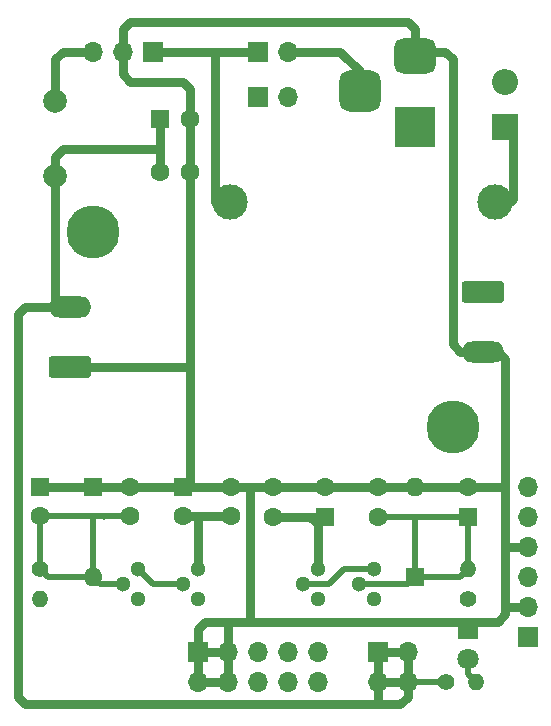
<source format=gtl>
G04 #@! TF.GenerationSoftware,KiCad,Pcbnew,6.0.4+dfsg-1+b1*
G04 #@! TF.CreationDate,2022-04-24T01:25:23+03:00*
G04 #@! TF.ProjectId,yatabaza-power,79617461-6261-47a6-912d-706f7765722e,rev?*
G04 #@! TF.SameCoordinates,Original*
G04 #@! TF.FileFunction,Copper,L1,Top*
G04 #@! TF.FilePolarity,Positive*
%FSLAX46Y46*%
G04 Gerber Fmt 4.6, Leading zero omitted, Abs format (unit mm)*
G04 Created by KiCad (PCBNEW 6.0.4+dfsg-1+b1) date 2022-04-24 01:25:23*
%MOMM*%
%LPD*%
G01*
G04 APERTURE LIST*
G04 Aperture macros list*
%AMRoundRect*
0 Rectangle with rounded corners*
0 $1 Rounding radius*
0 $2 $3 $4 $5 $6 $7 $8 $9 X,Y pos of 4 corners*
0 Add a 4 corners polygon primitive as box body*
4,1,4,$2,$3,$4,$5,$6,$7,$8,$9,$2,$3,0*
0 Add four circle primitives for the rounded corners*
1,1,$1+$1,$2,$3*
1,1,$1+$1,$4,$5*
1,1,$1+$1,$6,$7*
1,1,$1+$1,$8,$9*
0 Add four rect primitives between the rounded corners*
20,1,$1+$1,$2,$3,$4,$5,0*
20,1,$1+$1,$4,$5,$6,$7,0*
20,1,$1+$1,$6,$7,$8,$9,0*
20,1,$1+$1,$8,$9,$2,$3,0*%
G04 Aperture macros list end*
G04 #@! TA.AperFunction,ComponentPad*
%ADD10C,1.600000*%
G04 #@! TD*
G04 #@! TA.AperFunction,ComponentPad*
%ADD11R,1.600000X1.600000*%
G04 #@! TD*
G04 #@! TA.AperFunction,ComponentPad*
%ADD12R,3.500000X3.500000*%
G04 #@! TD*
G04 #@! TA.AperFunction,ComponentPad*
%ADD13RoundRect,0.750000X-1.000000X0.750000X-1.000000X-0.750000X1.000000X-0.750000X1.000000X0.750000X0*%
G04 #@! TD*
G04 #@! TA.AperFunction,ComponentPad*
%ADD14RoundRect,0.875000X-0.875000X0.875000X-0.875000X-0.875000X0.875000X-0.875000X0.875000X0.875000X0*%
G04 #@! TD*
G04 #@! TA.AperFunction,ComponentPad*
%ADD15O,1.600000X1.600000*%
G04 #@! TD*
G04 #@! TA.AperFunction,ComponentPad*
%ADD16R,1.700000X1.700000*%
G04 #@! TD*
G04 #@! TA.AperFunction,ComponentPad*
%ADD17O,1.700000X1.700000*%
G04 #@! TD*
G04 #@! TA.AperFunction,ComponentPad*
%ADD18O,1.300000X1.300000*%
G04 #@! TD*
G04 #@! TA.AperFunction,ComponentPad*
%ADD19C,1.300000*%
G04 #@! TD*
G04 #@! TA.AperFunction,ComponentPad*
%ADD20C,1.400000*%
G04 #@! TD*
G04 #@! TA.AperFunction,ComponentPad*
%ADD21O,1.400000X1.400000*%
G04 #@! TD*
G04 #@! TA.AperFunction,ComponentPad*
%ADD22C,2.000000*%
G04 #@! TD*
G04 #@! TA.AperFunction,ComponentPad*
%ADD23C,3.000000*%
G04 #@! TD*
G04 #@! TA.AperFunction,ComponentPad*
%ADD24R,1.800000X1.800000*%
G04 #@! TD*
G04 #@! TA.AperFunction,ComponentPad*
%ADD25C,1.800000*%
G04 #@! TD*
G04 #@! TA.AperFunction,ComponentPad*
%ADD26R,2.200000X2.200000*%
G04 #@! TD*
G04 #@! TA.AperFunction,ComponentPad*
%ADD27O,2.200000X2.200000*%
G04 #@! TD*
G04 #@! TA.AperFunction,ComponentPad*
%ADD28C,4.500000*%
G04 #@! TD*
G04 #@! TA.AperFunction,ComponentPad*
%ADD29RoundRect,0.250000X1.550000X-0.650000X1.550000X0.650000X-1.550000X0.650000X-1.550000X-0.650000X0*%
G04 #@! TD*
G04 #@! TA.AperFunction,ComponentPad*
%ADD30O,3.600000X1.800000*%
G04 #@! TD*
G04 #@! TA.AperFunction,ComponentPad*
%ADD31RoundRect,0.250000X-1.550000X0.650000X-1.550000X-0.650000X1.550000X-0.650000X1.550000X0.650000X0*%
G04 #@! TD*
G04 #@! TA.AperFunction,Conductor*
%ADD32C,0.750000*%
G04 #@! TD*
G04 #@! TA.AperFunction,Conductor*
%ADD33C,0.500000*%
G04 #@! TD*
G04 APERTURE END LIST*
D10*
X46355000Y-55245000D03*
X46355000Y-52745000D03*
X25400000Y-52705000D03*
X25400000Y-55205000D03*
D11*
X53975000Y-55245000D03*
D10*
X53975000Y-52745000D03*
D11*
X17780000Y-52705000D03*
D10*
X17780000Y-55205000D03*
X37465000Y-55245000D03*
X37465000Y-52745000D03*
X33972500Y-52705000D03*
X33972500Y-55205000D03*
D11*
X41910000Y-55245000D03*
D10*
X41910000Y-52745000D03*
D11*
X29845000Y-52705000D03*
D10*
X29845000Y-55205000D03*
D12*
X49530000Y-22225000D03*
D13*
X49530000Y-16225000D03*
D14*
X44830000Y-19225000D03*
D11*
X49530000Y-60325000D03*
D15*
X49530000Y-52705000D03*
D11*
X22225000Y-52705000D03*
D15*
X22225000Y-60325000D03*
D16*
X59055000Y-65405000D03*
D17*
X59055000Y-62865000D03*
X59055000Y-60325000D03*
X59055000Y-57785000D03*
X59055000Y-55245000D03*
X59055000Y-52705000D03*
D16*
X36195000Y-15875000D03*
D17*
X38735000Y-15875000D03*
D16*
X27305000Y-15875000D03*
D17*
X24765000Y-15875000D03*
X22225000Y-15875000D03*
D18*
X46037500Y-62230000D03*
D19*
X44767500Y-60960000D03*
X46037500Y-59690000D03*
D18*
X26035000Y-62230000D03*
D19*
X24765000Y-60960000D03*
X26035000Y-59690000D03*
D18*
X41275000Y-62230000D03*
D19*
X40005000Y-60960000D03*
X41275000Y-59690000D03*
D18*
X31115000Y-62230000D03*
D19*
X29845000Y-60960000D03*
X31115000Y-59690000D03*
D20*
X53975000Y-62230000D03*
D21*
X53975000Y-59690000D03*
D20*
X17780000Y-59690000D03*
D21*
X17780000Y-62230000D03*
D11*
X27940000Y-21590000D03*
D10*
X30440000Y-21590000D03*
X27940000Y-26035000D03*
X30440000Y-26035000D03*
D22*
X19050000Y-20002500D03*
X19050000Y-26402500D03*
D23*
X56335000Y-28575000D03*
X33835000Y-28575000D03*
D24*
X53975000Y-64770000D03*
D25*
X53975000Y-67310000D03*
D20*
X52120000Y-69215000D03*
D21*
X54660000Y-69215000D03*
D26*
X57150000Y-22225000D03*
D27*
X57150000Y-18415000D03*
D28*
X22225000Y-31115000D03*
X52705000Y-47625000D03*
D29*
X20320000Y-42545000D03*
D30*
X20320000Y-37465000D03*
D31*
X55245000Y-36195000D03*
D30*
X55245000Y-41275000D03*
D16*
X31115000Y-66675000D03*
D17*
X31115000Y-69215000D03*
X33655000Y-66675000D03*
X33655000Y-69215000D03*
X36195000Y-66675000D03*
X36195000Y-69215000D03*
X38735000Y-66675000D03*
X38735000Y-69215000D03*
X41275000Y-66675000D03*
X41275000Y-69215000D03*
D16*
X46355000Y-66675000D03*
D17*
X46355000Y-69215000D03*
X48895000Y-66675000D03*
X48895000Y-69215000D03*
D16*
X36195000Y-19685000D03*
D17*
X38735000Y-19685000D03*
D32*
X31115000Y-69215000D02*
X33655000Y-69215000D01*
X33655000Y-69215000D02*
X33655000Y-66675000D01*
X33655000Y-66675000D02*
X31115000Y-66675000D01*
X34330000Y-52745000D02*
X35560000Y-52745000D01*
X46395000Y-52705000D02*
X49530000Y-52705000D01*
X49570000Y-52745000D02*
X52070000Y-52745000D01*
X35560000Y-52745000D02*
X37465000Y-52745000D01*
X34290000Y-64135000D02*
X35560000Y-64135000D01*
X31115000Y-64770000D02*
X31750000Y-64135000D01*
X31750000Y-64135000D02*
X33655000Y-64135000D01*
X33655000Y-64135000D02*
X34290000Y-64135000D01*
X54610000Y-64135000D02*
X55245000Y-64135000D01*
X56515000Y-64135000D02*
X57150000Y-63500000D01*
X57150000Y-63500000D02*
X57150000Y-62865000D01*
X55245000Y-64135000D02*
X56515000Y-64135000D01*
X52705000Y-64135000D02*
X35560000Y-64135000D01*
X57150000Y-57785000D02*
X57150000Y-55880000D01*
X57150000Y-62865000D02*
X57150000Y-57785000D01*
X57150000Y-53340000D02*
X57150000Y-55880000D01*
X52070000Y-52745000D02*
X52070000Y-52705000D01*
X52070000Y-52705000D02*
X52070000Y-52745000D01*
X52070000Y-52745000D02*
X53975000Y-52745000D01*
X20320000Y-52705000D02*
X22225000Y-52705000D01*
X57150000Y-41910000D02*
X56515000Y-41275000D01*
X56515000Y-41275000D02*
X55325000Y-41275000D01*
X55325000Y-41275000D02*
X55245000Y-41195000D01*
X54015000Y-52705000D02*
X57150000Y-52705000D01*
X57150000Y-52705000D02*
X57150000Y-41910000D01*
X55165000Y-41275000D02*
X53975000Y-41275000D01*
X52705000Y-40640000D02*
X52705000Y-16510000D01*
X52705000Y-16510000D02*
X52070000Y-15875000D01*
X52070000Y-15875000D02*
X49730660Y-15875000D01*
X49730660Y-15875000D02*
X49530000Y-16075660D01*
X53340000Y-41275000D02*
X53975000Y-41275000D01*
X48895000Y-13335000D02*
X49530000Y-13970000D01*
X49530000Y-13970000D02*
X49530000Y-16075660D01*
X25400000Y-13335000D02*
X48895000Y-13335000D01*
X30440000Y-19010000D02*
X29845000Y-18415000D01*
X29845000Y-18415000D02*
X25400000Y-18415000D01*
X25400000Y-18415000D02*
X24765000Y-17780000D01*
X24765000Y-17780000D02*
X24765000Y-15875000D01*
X31115000Y-52705000D02*
X34290000Y-52705000D01*
X30440000Y-51435000D02*
X30440000Y-52110000D01*
X30440000Y-52705000D02*
X30480000Y-52705000D01*
X30480000Y-52705000D02*
X29845000Y-52705000D01*
X30440000Y-42545000D02*
X30480000Y-42545000D01*
X30480000Y-42545000D02*
X30440000Y-42545000D01*
X30440000Y-42545000D02*
X30440000Y-51435000D01*
X31115000Y-66675000D02*
X31115000Y-69215000D01*
X30440000Y-51435000D02*
X30440000Y-52705000D01*
X55245000Y-41195000D02*
X55165000Y-41275000D01*
X25400000Y-52705000D02*
X29845000Y-52705000D01*
X34290000Y-52705000D02*
X34330000Y-52745000D01*
X33655000Y-66675000D02*
X33655000Y-64135000D01*
X49530000Y-52705000D02*
X49570000Y-52745000D01*
X57150000Y-55880000D02*
X57150000Y-52705000D01*
X52705000Y-40640000D02*
X53340000Y-41275000D01*
X29845000Y-52705000D02*
X30480000Y-52705000D01*
X53975000Y-52745000D02*
X54015000Y-52705000D01*
X41910000Y-52745000D02*
X46355000Y-52745000D01*
X59055000Y-57785000D02*
X57150000Y-57785000D01*
X24765000Y-15875000D02*
X24765000Y-13970000D01*
X30440000Y-26035000D02*
X30440000Y-42545000D01*
X30440000Y-26035000D02*
X30440000Y-21590000D01*
X55245000Y-64135000D02*
X52705000Y-64135000D01*
X31115000Y-66675000D02*
X31115000Y-64770000D01*
X17780000Y-52705000D02*
X20320000Y-52705000D01*
X46355000Y-52745000D02*
X46395000Y-52705000D01*
X20320000Y-42545000D02*
X30440000Y-42545000D01*
X22225000Y-52705000D02*
X25400000Y-52705000D01*
X59055000Y-62865000D02*
X57150000Y-62865000D01*
X37465000Y-52745000D02*
X41910000Y-52745000D01*
X29845000Y-52705000D02*
X30480000Y-52705000D01*
X30440000Y-21590000D02*
X30440000Y-19010000D01*
X29845000Y-52705000D02*
X31115000Y-52705000D01*
X24765000Y-13970000D02*
X25400000Y-13335000D01*
X35560000Y-64135000D02*
X35560000Y-52745000D01*
X40640000Y-55245000D02*
X41910000Y-55245000D01*
X41275000Y-59690000D02*
X41275000Y-56515000D01*
X41275000Y-56515000D02*
X41275000Y-55880000D01*
X37465000Y-55245000D02*
X40640000Y-55245000D01*
X41275000Y-55880000D02*
X41910000Y-55245000D01*
X41275000Y-55880000D02*
X40640000Y-55245000D01*
X31115000Y-55205000D02*
X31115000Y-55245000D01*
X31115000Y-55245000D02*
X31115000Y-55205000D01*
X31115000Y-55205000D02*
X34290000Y-55205000D01*
X29845000Y-55205000D02*
X31115000Y-55205000D01*
X31115000Y-59690000D02*
X31115000Y-55205000D01*
X48895000Y-70485000D02*
X48260000Y-71120000D01*
X48260000Y-71120000D02*
X46355000Y-71120000D01*
X16510000Y-71120000D02*
X15875000Y-70485000D01*
X15875000Y-70485000D02*
X15875000Y-45720000D01*
X46355000Y-71120000D02*
X16510000Y-71120000D01*
D33*
X48895000Y-69850000D02*
X48895000Y-69215000D01*
D32*
X15875000Y-38100000D02*
X16510000Y-37465000D01*
X16510000Y-37465000D02*
X18415000Y-37465000D01*
X20240000Y-37465000D02*
X20320000Y-37545000D01*
X18415000Y-37465000D02*
X19050000Y-37465000D01*
X19050000Y-37465000D02*
X20240000Y-37465000D01*
X19050000Y-24765000D02*
X19685000Y-24130000D01*
X19685000Y-24130000D02*
X27940000Y-24130000D01*
X27940000Y-24130000D02*
X27940000Y-21590000D01*
X15875000Y-45720000D02*
X15875000Y-38100000D01*
X46355000Y-66675000D02*
X46355000Y-69215000D01*
X27940000Y-26035000D02*
X27940000Y-24130000D01*
X48895000Y-69215000D02*
X48895000Y-70485000D01*
X19050000Y-26794460D02*
X19050000Y-37465000D01*
X48895000Y-69215000D02*
X48895000Y-66675000D01*
X46355000Y-69215000D02*
X48895000Y-69215000D01*
D33*
X48895000Y-69215000D02*
X52070000Y-69215000D01*
D32*
X15875000Y-46990000D02*
X15875000Y-45720000D01*
X19050000Y-26794460D02*
X19050000Y-24765000D01*
X46355000Y-69215000D02*
X46355000Y-71120000D01*
X48895000Y-66675000D02*
X46355000Y-66675000D01*
X43180000Y-15875000D02*
X44831000Y-17526000D01*
X44831000Y-17526000D02*
X44831000Y-19075400D01*
X38735000Y-15875000D02*
X43180000Y-15875000D01*
X57785000Y-28375000D02*
X57785000Y-22860000D01*
X57785000Y-22860000D02*
X57150000Y-22225000D01*
X57585000Y-28575000D02*
X57785000Y-28375000D01*
D33*
X46990000Y-55245000D02*
X46355000Y-55245000D01*
X53340000Y-60325000D02*
X53975000Y-59690000D01*
X46990000Y-55245000D02*
X46355000Y-55245000D01*
X46990000Y-55245000D02*
X46355000Y-55245000D01*
X49530000Y-60325000D02*
X49530000Y-55245000D01*
X46355000Y-55245000D02*
X48577500Y-55245000D01*
X48577500Y-55245000D02*
X49530000Y-55245000D01*
X49530000Y-55245000D02*
X53975000Y-55245000D01*
X49530000Y-60325000D02*
X53340000Y-60325000D01*
X44767500Y-60960000D02*
X48895000Y-60960000D01*
X48895000Y-60960000D02*
X49530000Y-60325000D01*
X53975000Y-59690000D02*
X53975000Y-55245000D01*
X24765000Y-55205000D02*
X24765000Y-55245000D01*
X24765000Y-55245000D02*
X25400000Y-55205000D01*
X18415000Y-60325000D02*
X22225000Y-60325000D01*
X23177500Y-55245000D02*
X23217500Y-55205000D01*
X22860000Y-60960000D02*
X22225000Y-60325000D01*
X23217500Y-55205000D02*
X25400000Y-55205000D01*
X17780000Y-59690000D02*
X18415000Y-60325000D01*
X22265000Y-55205000D02*
X23217500Y-55205000D01*
X17780000Y-55205000D02*
X17780000Y-59690000D01*
X22225000Y-60325000D02*
X22225000Y-55245000D01*
X17780000Y-55205000D02*
X22265000Y-55205000D01*
X24765000Y-60960000D02*
X22860000Y-60960000D01*
X22225000Y-55245000D02*
X22265000Y-55205000D01*
X53975000Y-68580000D02*
X53975000Y-67310000D01*
X54610000Y-69215000D02*
X53975000Y-68580000D01*
D32*
X32585000Y-15875000D02*
X32385000Y-15875000D01*
X32385000Y-15875000D02*
X36195000Y-15875000D01*
X32585000Y-28575000D02*
X32585000Y-15875000D01*
X27305000Y-15875000D02*
X32385000Y-15875000D01*
X19050000Y-16510000D02*
X19685000Y-15875000D01*
X19685000Y-15875000D02*
X22225000Y-15875000D01*
X19050000Y-20195540D02*
X19050000Y-16510000D01*
D33*
X27305000Y-60960000D02*
X29845000Y-60960000D01*
X26035000Y-59690000D02*
X27305000Y-60960000D01*
X40005000Y-60960000D02*
X42227500Y-60960000D01*
X43497500Y-59690000D02*
X46037500Y-59690000D01*
X42227500Y-60960000D02*
X43497500Y-59690000D01*
M02*

</source>
